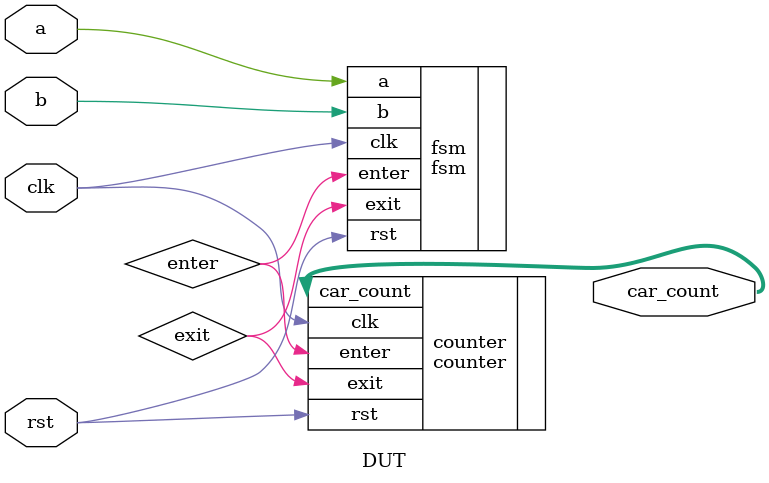
<source format=v>
`timescale 1ns / 1ps


module DUT(input clk, rst, a, b, output reg[3:0] car_count);

    wire enter;
    wire exit;
    wire [3:0]car_count;
    //call fsm & counter modules
    fsm fsm(.clk(clk), .rst(rst), .a(a), .b(b), .enter(enter), .exit(exit));
    counter counter (.clk(clk), .rst(rst), .enter(enter), .exit(exit), .car_count(car_count));    


endmodule

</source>
